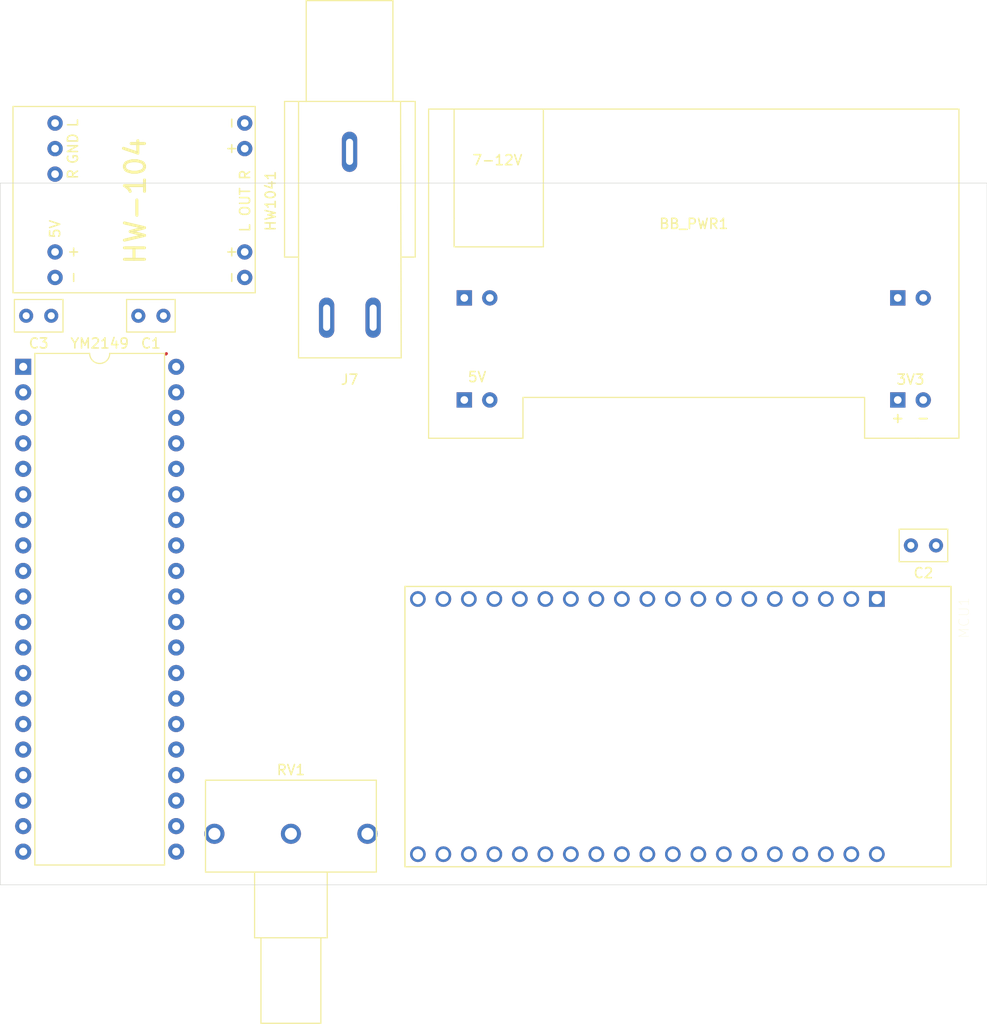
<source format=kicad_pcb>
(kicad_pcb (version 20171130) (host pcbnew "(5.1.5)-3")

  (general
    (thickness 1.6)
    (drawings 4)
    (tracks 1)
    (zones 0)
    (modules 9)
    (nets 63)
  )

  (page A4)
  (layers
    (0 F.Cu signal)
    (31 B.Cu signal hide)
    (32 B.Adhes user hide)
    (33 F.Adhes user hide)
    (34 B.Paste user)
    (35 F.Paste user)
    (36 B.SilkS user)
    (37 F.SilkS user)
    (38 B.Mask user)
    (39 F.Mask user)
    (40 Dwgs.User user)
    (41 Cmts.User user)
    (42 Eco1.User user)
    (43 Eco2.User user)
    (44 Edge.Cuts user)
    (45 Margin user)
    (46 B.CrtYd user)
    (47 F.CrtYd user)
    (48 B.Fab user)
    (49 F.Fab user)
  )

  (setup
    (last_trace_width 0.25)
    (user_trace_width 1)
    (trace_clearance 0.2)
    (zone_clearance 0.508)
    (zone_45_only no)
    (trace_min 0.2)
    (via_size 0.8)
    (via_drill 0.4)
    (via_min_size 0.4)
    (via_min_drill 0.3)
    (uvia_size 0.3)
    (uvia_drill 0.1)
    (uvias_allowed no)
    (uvia_min_size 0.2)
    (uvia_min_drill 0.1)
    (edge_width 0.05)
    (segment_width 0.2)
    (pcb_text_width 0.3)
    (pcb_text_size 1.5 1.5)
    (mod_edge_width 0.12)
    (mod_text_size 1 1)
    (mod_text_width 0.15)
    (pad_size 1.524 1.524)
    (pad_drill 0.762)
    (pad_to_mask_clearance 0.051)
    (solder_mask_min_width 0.25)
    (aux_axis_origin 0 0)
    (visible_elements 7FFFFFFF)
    (pcbplotparams
      (layerselection 0x010fc_ffffffff)
      (usegerberextensions false)
      (usegerberattributes false)
      (usegerberadvancedattributes false)
      (creategerberjobfile false)
      (excludeedgelayer true)
      (linewidth 0.100000)
      (plotframeref false)
      (viasonmask false)
      (mode 1)
      (useauxorigin false)
      (hpglpennumber 1)
      (hpglpenspeed 20)
      (hpglpendiameter 15.000000)
      (psnegative false)
      (psa4output false)
      (plotreference true)
      (plotvalue true)
      (plotinvisibletext false)
      (padsonsilk false)
      (subtractmaskfromsilk false)
      (outputformat 1)
      (mirror false)
      (drillshape 1)
      (scaleselection 1)
      (outputdirectory ""))
  )

  (net 0 "")
  (net 1 GNDREF)
  (net 2 +5V)
  (net 3 "Net-(MCU1-Pad2)")
  (net 4 "Net-(MCU1-Pad19)")
  (net 5 "Net-(MCU1-Pad3)")
  (net 6 "Net-(MCU1-Pad4)")
  (net 7 "Net-(MCU1-Pad5)")
  (net 8 "Net-(MCU1-Pad6)")
  (net 9 "Net-(MCU1-Pad7)")
  (net 10 DA7)
  (net 11 DA6)
  (net 12 DA5)
  (net 13 DA4)
  (net 14 BDIR)
  (net 15 BC1)
  (net 16 "Net-(MCU1-Pad16)")
  (net 17 "Net-(MCU1-Pad17)")
  (net 18 "Net-(MCU1-Pad18)")
  (net 19 "Net-(MCU1-Pad21)")
  (net 20 "Net-(MCU1-Pad22)")
  (net 21 "Net-(MCU1-Pad23)")
  (net 22 "Net-(MCU1-Pad24)")
  (net 23 DA3)
  (net 24 "Net-(MCU1-Pad27)")
  (net 25 "Net-(MCU1-Pad28)")
  (net 26 "Net-(MCU1-Pad29)")
  (net 27 DA2)
  (net 28 DA1)
  (net 29 DA0)
  (net 30 RESET)
  (net 31 CLOCK)
  (net 32 "Net-(MCU1-Pad37)")
  (net 33 "Net-(MCU1-Pad38)")
  (net 34 "Net-(YM2149-Pad21)")
  (net 35 "Net-(YM2149-Pad2)")
  (net 36 "Net-(YM2149-Pad5)")
  (net 37 "Net-(YM2149-Pad6)")
  (net 38 "Net-(YM2149-Pad7)")
  (net 39 "Net-(YM2149-Pad8)")
  (net 40 "Net-(YM2149-Pad9)")
  (net 41 "Net-(YM2149-Pad10)")
  (net 42 "Net-(YM2149-Pad11)")
  (net 43 "Net-(YM2149-Pad12)")
  (net 44 "Net-(YM2149-Pad13)")
  (net 45 "Net-(YM2149-Pad14)")
  (net 46 "Net-(YM2149-Pad15)")
  (net 47 "Net-(YM2149-Pad16)")
  (net 48 "Net-(YM2149-Pad17)")
  (net 49 "Net-(YM2149-Pad18)")
  (net 50 "Net-(YM2149-Pad19)")
  (net 51 "Net-(YM2149-Pad39)")
  (net 52 "Net-(YM2149-Pad20)")
  (net 53 +3.3V)
  (net 54 "Net-(MCU1-Pad34)")
  (net 55 "Net-(MCU1-Pad30)")
  (net 56 "Net-(MCU1-Pad26)")
  (net 57 "Net-(MCU1-Pad8)")
  (net 58 "Net-(RV1-Pad3)")
  (net 59 "Net-(HW1041-Pad1)")
  (net 60 "Net-(HW1041-Pad6)")
  (net 61 "Net-(HW1041-Pad8)")
  (net 62 "Net-(HW1041-Pad7)")

  (net_class Default "Dies ist die voreingestellte Netzklasse."
    (clearance 0.2)
    (trace_width 0.25)
    (via_dia 0.8)
    (via_drill 0.4)
    (uvia_dia 0.3)
    (uvia_drill 0.1)
    (add_net BC1)
    (add_net BDIR)
    (add_net CLOCK)
    (add_net DA0)
    (add_net DA1)
    (add_net DA2)
    (add_net DA3)
    (add_net DA4)
    (add_net DA5)
    (add_net DA6)
    (add_net DA7)
    (add_net "Net-(HW1041-Pad1)")
    (add_net "Net-(HW1041-Pad6)")
    (add_net "Net-(HW1041-Pad7)")
    (add_net "Net-(HW1041-Pad8)")
    (add_net "Net-(MCU1-Pad16)")
    (add_net "Net-(MCU1-Pad17)")
    (add_net "Net-(MCU1-Pad18)")
    (add_net "Net-(MCU1-Pad19)")
    (add_net "Net-(MCU1-Pad2)")
    (add_net "Net-(MCU1-Pad21)")
    (add_net "Net-(MCU1-Pad22)")
    (add_net "Net-(MCU1-Pad23)")
    (add_net "Net-(MCU1-Pad24)")
    (add_net "Net-(MCU1-Pad26)")
    (add_net "Net-(MCU1-Pad27)")
    (add_net "Net-(MCU1-Pad28)")
    (add_net "Net-(MCU1-Pad29)")
    (add_net "Net-(MCU1-Pad3)")
    (add_net "Net-(MCU1-Pad30)")
    (add_net "Net-(MCU1-Pad34)")
    (add_net "Net-(MCU1-Pad37)")
    (add_net "Net-(MCU1-Pad38)")
    (add_net "Net-(MCU1-Pad4)")
    (add_net "Net-(MCU1-Pad5)")
    (add_net "Net-(MCU1-Pad6)")
    (add_net "Net-(MCU1-Pad7)")
    (add_net "Net-(MCU1-Pad8)")
    (add_net "Net-(RV1-Pad3)")
    (add_net "Net-(YM2149-Pad10)")
    (add_net "Net-(YM2149-Pad11)")
    (add_net "Net-(YM2149-Pad12)")
    (add_net "Net-(YM2149-Pad13)")
    (add_net "Net-(YM2149-Pad14)")
    (add_net "Net-(YM2149-Pad15)")
    (add_net "Net-(YM2149-Pad16)")
    (add_net "Net-(YM2149-Pad17)")
    (add_net "Net-(YM2149-Pad18)")
    (add_net "Net-(YM2149-Pad19)")
    (add_net "Net-(YM2149-Pad2)")
    (add_net "Net-(YM2149-Pad20)")
    (add_net "Net-(YM2149-Pad21)")
    (add_net "Net-(YM2149-Pad39)")
    (add_net "Net-(YM2149-Pad5)")
    (add_net "Net-(YM2149-Pad6)")
    (add_net "Net-(YM2149-Pad7)")
    (add_net "Net-(YM2149-Pad8)")
    (add_net "Net-(YM2149-Pad9)")
    (add_net RESET)
  )

  (net_class Power ""
    (clearance 0.3)
    (trace_width 0.3)
    (via_dia 1)
    (via_drill 0.5)
    (uvia_dia 0.3)
    (uvia_drill 0.1)
    (add_net +3.3V)
    (add_net +5V)
    (add_net GNDREF)
  )

  (module dl1xy:Breadboard_Powersupply_3V3_5V (layer F.Cu) (tedit 5E9DB2BB) (tstamp 5E9E01D2)
    (at 182.372 60.198)
    (path /5EA68707)
    (fp_text reference BB_PWR1 (at 0 0.5) (layer F.SilkS)
      (effects (font (size 1 1) (thickness 0.15)))
    )
    (fp_text value BreadboardPowerSupply (at 0 -3.302) (layer F.Fab)
      (effects (font (size 1 1) (thickness 0.15)))
    )
    (fp_text user 7-12V (at -19.558 -5.842) (layer F.SilkS)
      (effects (font (size 1 1) (thickness 0.15)))
    )
    (fp_line (start -14.986 2.794) (end -14.986 -10.922) (layer F.SilkS) (width 0.12))
    (fp_line (start -23.876 2.794) (end -14.986 2.794) (layer F.SilkS) (width 0.12))
    (fp_line (start -23.876 0) (end -23.876 2.794) (layer F.SilkS) (width 0.12))
    (fp_line (start -23.876 -10.922) (end -23.876 0) (layer F.SilkS) (width 0.12))
    (fp_text user - (at 22.86 19.812) (layer F.SilkS)
      (effects (font (size 1 1) (thickness 0.15)))
    )
    (fp_text user + (at 20.32 19.812) (layer F.SilkS)
      (effects (font (size 1 1) (thickness 0.15)))
    )
    (fp_text user - (at 22.86 19.812) (layer F.SilkS)
      (effects (font (size 1 1) (thickness 0.15)))
    )
    (fp_text user + (at 20.32 19.812) (layer F.SilkS)
      (effects (font (size 1 1) (thickness 0.15)))
    )
    (fp_text user 3V3 (at 21.59 16.002) (layer F.SilkS)
      (effects (font (size 1 1) (thickness 0.15)))
    )
    (fp_text user 5V (at -21.59 15.748) (layer F.SilkS)
      (effects (font (size 1 1) (thickness 0.15)))
    )
    (fp_line (start -17.018 17.78) (end 17.018 17.78) (layer F.SilkS) (width 0.12))
    (fp_line (start -17.018 21.844) (end -17.018 17.78) (layer F.SilkS) (width 0.12))
    (fp_line (start -26.416 21.844) (end -17.018 21.844) (layer F.SilkS) (width 0.12))
    (fp_line (start -26.416 -10.922) (end -26.416 21.844) (layer F.SilkS) (width 0.12))
    (fp_line (start 17.018 21.844) (end 17.018 17.78) (layer F.SilkS) (width 0.12))
    (fp_line (start 22.352 21.844) (end 17.018 21.844) (layer F.SilkS) (width 0.12))
    (fp_line (start 26.416 21.844) (end 22.352 21.844) (layer F.SilkS) (width 0.12))
    (fp_line (start 26.416 -10.922) (end 26.416 21.844) (layer F.SilkS) (width 0.12))
    (fp_line (start -26.416 -10.922) (end 26.416 -10.922) (layer F.SilkS) (width 0.12))
    (pad 5 thru_hole rect (at -22.86 7.874) (size 1.524 1.524) (drill 0.762) (layers *.Cu *.Mask))
    (pad 7 thru_hole rect (at 20.32 7.874) (size 1.524 1.524) (drill 0.762) (layers *.Cu *.Mask))
    (pad 8 thru_hole circle (at 22.86 7.874) (size 1.524 1.524) (drill 0.762) (layers *.Cu *.Mask))
    (pad 6 thru_hole circle (at -20.32 7.874) (size 1.524 1.524) (drill 0.762) (layers *.Cu *.Mask))
    (pad 4 thru_hole circle (at 22.86 18.034) (size 1.524 1.524) (drill 0.762) (layers *.Cu *.Mask)
      (net 1 GNDREF))
    (pad 3 thru_hole rect (at 20.32 18.034) (size 1.524 1.524) (drill 0.762) (layers *.Cu *.Mask)
      (net 53 +3.3V))
    (pad 2 thru_hole rect (at -22.86 18.034) (size 1.524 1.524) (drill 0.762) (layers *.Cu *.Mask)
      (net 1 GNDREF))
    (pad 1 thru_hole circle (at -20.32 18.034) (size 1.524 1.524) (drill 0.762) (layers *.Cu *.Mask)
      (net 2 +5V))
  )

  (module "dl1xy:HW-104 Board" (layer F.Cu) (tedit 5E9DA2BC) (tstamp 5E9DF667)
    (at 140.716 58.42 270)
    (path /5EA33589)
    (fp_text reference HW1041 (at 0 0.5 90) (layer F.SilkS)
      (effects (font (size 1 1) (thickness 0.15)))
    )
    (fp_text value HW-104_Board (at 0 -1.143 90) (layer F.Fab)
      (effects (font (size 1 1) (thickness 0.15)))
    )
    (fp_text user HW-104 (at 0 13.97 90) (layer F.SilkS)
      (effects (font (size 2 2) (thickness 0.3)))
    )
    (fp_text user - (at 7.62 4.445 90) (layer F.SilkS)
      (effects (font (size 1 1) (thickness 0.15)))
    )
    (fp_text user + (at 5.08 4.445 90) (layer F.SilkS)
      (effects (font (size 1 1) (thickness 0.15)))
    )
    (fp_text user + (at -5.207 4.445 90) (layer F.SilkS)
      (effects (font (size 1 1) (thickness 0.15)))
    )
    (fp_text user - (at -7.747 4.445 90) (layer F.SilkS)
      (effects (font (size 1 1) (thickness 0.15)))
    )
    (fp_text user - (at 7.62 20.193 90) (layer F.SilkS)
      (effects (font (size 1 1) (thickness 0.15)))
    )
    (fp_text user + (at 5.08 20.193 90) (layer F.SilkS)
      (effects (font (size 1 1) (thickness 0.15)))
    )
    (fp_text user 5V (at 2.794 21.971 90) (layer F.SilkS)
      (effects (font (size 1 1) (thickness 0.15)))
    )
    (fp_text user GND (at -5.206 20.193 90) (layer F.SilkS)
      (effects (font (size 1 1) (thickness 0.15)))
    )
    (fp_text user R (at -2.666 20.193 90) (layer F.SilkS)
      (effects (font (size 1 1) (thickness 0.15)))
    )
    (fp_text user L (at -7.746 20.193 90) (layer F.SilkS)
      (effects (font (size 1 1) (thickness 0.15)))
    )
    (fp_text user "L OUT R" (at 0 3.048 90) (layer F.SilkS)
      (effects (font (size 1 1) (thickness 0.15)))
    )
    (fp_line (start -9.398 26.162) (end -9.398 2.032) (layer F.SilkS) (width 0.12))
    (fp_line (start 9.144 26.162) (end -9.398 26.162) (layer F.SilkS) (width 0.12))
    (fp_line (start 9.144 2.032) (end 9.144 26.162) (layer F.SilkS) (width 0.12))
    (fp_line (start -9.398 2.032) (end 9.144 2.032) (layer F.SilkS) (width 0.12))
    (fp_line (start -9.3345 2.0955) (end 8.9535 2.0955) (layer F.Fab) (width 0.12))
    (fp_line (start 8.9535 2.0955) (end 8.9535 26.0985) (layer F.Fab) (width 0.12))
    (fp_line (start 8.9535 26.0985) (end -9.3345 26.0985) (layer F.Fab) (width 0.12))
    (fp_line (start -9.3345 26.0985) (end -9.3345 2.0955) (layer F.Fab) (width 0.12))
    (pad 5 thru_hole circle (at 7.62 21.971 270) (size 1.524 1.524) (drill 0.762) (layers *.Cu *.Mask)
      (net 1 GNDREF))
    (pad 4 thru_hole circle (at 5.08 21.971 270) (size 1.524 1.524) (drill 0.762) (layers *.Cu *.Mask)
      (net 2 +5V))
    (pad 3 thru_hole circle (at -2.666 21.971 270) (size 1.524 1.524) (drill 0.762) (layers *.Cu *.Mask)
      (net 59 "Net-(HW1041-Pad1)"))
    (pad 2 thru_hole circle (at -5.206 21.971 270) (size 1.524 1.524) (drill 0.762) (layers *.Cu *.Mask)
      (net 1 GNDREF))
    (pad 1 thru_hole circle (at -7.746 21.971 270) (size 1.524 1.524) (drill 0.762) (layers *.Cu *.Mask)
      (net 59 "Net-(HW1041-Pad1)"))
    (pad 9 thru_hole circle (at 7.62 3.08 270) (size 1.524 1.524) (drill 0.762) (layers *.Cu *.Mask)
      (net 60 "Net-(HW1041-Pad6)"))
    (pad 8 thru_hole circle (at 5.08 3.08 270) (size 1.524 1.524) (drill 0.762) (layers *.Cu *.Mask)
      (net 61 "Net-(HW1041-Pad8)"))
    (pad 7 thru_hole circle (at -5.207 3.08 270) (size 1.524 1.524) (drill 0.762) (layers *.Cu *.Mask)
      (net 62 "Net-(HW1041-Pad7)"))
    (pad 6 thru_hole circle (at -7.747 3.08 270) (size 1.524 1.524) (drill 0.762) (layers *.Cu *.Mask)
      (net 60 "Net-(HW1041-Pad6)"))
  )

  (module "dl1xy:ALPHA POT 16 RV16" (layer F.Cu) (tedit 5E9D7FD3) (tstamp 5E9DE5FB)
    (at 142.24 116.459)
    (path /5EA0E398)
    (fp_text reference RV1 (at 0 -1.397) (layer F.SilkS)
      (effects (font (size 1 1) (thickness 0.15)))
    )
    (fp_text value "10 kOhm" (at 0 -3.175) (layer F.Fab)
      (effects (font (size 1 1) (thickness 0.15)))
    )
    (fp_line (start 2.9845 23.8125) (end 2.9845 15.3035) (layer F.SilkS) (width 0.12))
    (fp_line (start -2.9845 23.8125) (end 2.9845 23.8125) (layer F.SilkS) (width 0.12))
    (fp_line (start -8.509 -0.381) (end 8.509 -0.381) (layer F.SilkS) (width 0.12))
    (fp_line (start 8.509 -0.381) (end 8.509 8.763) (layer F.SilkS) (width 0.12))
    (fp_line (start 8.509 8.763) (end -8.509 8.763) (layer F.SilkS) (width 0.12))
    (fp_line (start -8.509 8.763) (end -8.509 -0.381) (layer F.SilkS) (width 0.12))
    (fp_line (start -3.6195 8.763) (end -3.6195 15.3035) (layer F.SilkS) (width 0.12))
    (fp_line (start -3.6195 15.3035) (end 3.6195 15.3035) (layer F.SilkS) (width 0.12))
    (fp_line (start 3.6195 15.3035) (end 3.6195 8.763) (layer F.SilkS) (width 0.12))
    (fp_line (start -2.9845 15.3035) (end -2.9845 23.8125) (layer F.SilkS) (width 0.12))
    (pad 1 thru_hole circle (at -7.62 4.953) (size 2 2) (drill 1.2) (layers *.Cu *.Mask)
      (net 1 GNDREF))
    (pad 2 thru_hole circle (at 0 4.953) (size 2 2) (drill 1.2) (layers *.Cu *.Mask)
      (net 59 "Net-(HW1041-Pad1)"))
    (pad 3 thru_hole circle (at 7.62 4.953) (size 2 2) (drill 1.2) (layers *.Cu *.Mask)
      (net 58 "Net-(RV1-Pad3)"))
  )

  (module "dl1xy:AudioJack 6.5mm" (layer F.Cu) (tedit 5E9D8732) (tstamp 5E9DE57C)
    (at 148.082 76.708 180)
    (path /5EA1A4BD)
    (fp_text reference J7 (at 0 0.5) (layer F.SilkS)
      (effects (font (size 1 1) (thickness 0.15)))
    )
    (fp_text value AudioJack3 (at 0 -0.5) (layer F.Fab)
      (effects (font (size 1 1) (thickness 0.15)))
    )
    (fp_line (start 4.318 38.227) (end 4.318 28.194) (layer F.SilkS) (width 0.12))
    (fp_line (start -4.318 38.227) (end 4.318 38.227) (layer F.SilkS) (width 0.12))
    (fp_line (start -4.318 28.194) (end -4.318 38.227) (layer F.SilkS) (width 0.12))
    (fp_line (start 6.477 12.7) (end 5.08 12.7) (layer F.SilkS) (width 0.12))
    (fp_line (start 6.477 28.194) (end 6.477 12.7) (layer F.SilkS) (width 0.12))
    (fp_line (start 5.08 28.194) (end 6.477 28.194) (layer F.SilkS) (width 0.12))
    (fp_line (start -6.5405 28.194) (end -5.08 28.194) (layer F.SilkS) (width 0.12))
    (fp_line (start -6.5405 12.7) (end -6.5405 28.194) (layer F.SilkS) (width 0.12))
    (fp_line (start -5.1435 12.7) (end -6.5405 12.7) (layer F.SilkS) (width 0.12))
    (fp_line (start 5.08 2.667) (end -5.1435 2.667) (layer F.SilkS) (width 0.12))
    (fp_line (start 5.08 28.194) (end 5.08 2.667) (layer F.SilkS) (width 0.12))
    (fp_line (start -5.08 28.194) (end 5.08 28.194) (layer F.SilkS) (width 0.12))
    (fp_line (start -5.1435 2.667) (end -5.08 28.194) (layer F.SilkS) (width 0.12))
    (pad S thru_hole oval (at 0 23.1775 180) (size 1.524 4) (drill oval 0.7 2.6) (layers *.Cu *.Mask)
      (net 60 "Net-(HW1041-Pad6)"))
    (pad T thru_hole oval (at 2.286 6.6675 180) (size 1.524 4) (drill oval 0.7 2.6) (layers *.Cu *.Mask)
      (net 62 "Net-(HW1041-Pad7)"))
    (pad R thru_hole oval (at -2.3495 6.6675 180) (size 1.524 4) (drill oval 0.7 2.6) (layers *.Cu *.Mask)
      (net 61 "Net-(HW1041-Pad8)"))
  )

  (module Capacitor_THT:C_Rect_L4.6mm_W3.0mm_P2.50mm_MKS02_FKP02 (layer F.Cu) (tedit 5AE50EF0) (tstamp 5E9DD14C)
    (at 129.54 69.85 180)
    (descr "C, Rect series, Radial, pin pitch=2.50mm, , length*width=4.6*3.0mm^2, Capacitor, http://www.wima.de/DE/WIMA_MKS_02.pdf")
    (tags "C Rect series Radial pin pitch 2.50mm  length 4.6mm width 3.0mm Capacitor")
    (path /5EA051E4)
    (fp_text reference C1 (at 1.25 -2.75) (layer F.SilkS)
      (effects (font (size 1 1) (thickness 0.15)))
    )
    (fp_text value 10nF (at 1.25 2.75) (layer F.Fab)
      (effects (font (size 1 1) (thickness 0.15)))
    )
    (fp_text user %R (at 1.25 0) (layer F.Fab)
      (effects (font (size 0.92 0.92) (thickness 0.138)))
    )
    (fp_line (start 3.8 -1.75) (end -1.3 -1.75) (layer F.CrtYd) (width 0.05))
    (fp_line (start 3.8 1.75) (end 3.8 -1.75) (layer F.CrtYd) (width 0.05))
    (fp_line (start -1.3 1.75) (end 3.8 1.75) (layer F.CrtYd) (width 0.05))
    (fp_line (start -1.3 -1.75) (end -1.3 1.75) (layer F.CrtYd) (width 0.05))
    (fp_line (start 3.67 -1.62) (end 3.67 1.62) (layer F.SilkS) (width 0.12))
    (fp_line (start -1.17 -1.62) (end -1.17 1.62) (layer F.SilkS) (width 0.12))
    (fp_line (start -1.17 1.62) (end 3.67 1.62) (layer F.SilkS) (width 0.12))
    (fp_line (start -1.17 -1.62) (end 3.67 -1.62) (layer F.SilkS) (width 0.12))
    (fp_line (start 3.55 -1.5) (end -1.05 -1.5) (layer F.Fab) (width 0.1))
    (fp_line (start 3.55 1.5) (end 3.55 -1.5) (layer F.Fab) (width 0.1))
    (fp_line (start -1.05 1.5) (end 3.55 1.5) (layer F.Fab) (width 0.1))
    (fp_line (start -1.05 -1.5) (end -1.05 1.5) (layer F.Fab) (width 0.1))
    (pad 2 thru_hole circle (at 2.5 0 180) (size 1.4 1.4) (drill 0.7) (layers *.Cu *.Mask)
      (net 2 +5V))
    (pad 1 thru_hole circle (at 0 0 180) (size 1.4 1.4) (drill 0.7) (layers *.Cu *.Mask)
      (net 1 GNDREF))
    (model ${KISYS3DMOD}/Capacitor_THT.3dshapes/C_Rect_L4.6mm_W3.0mm_P2.50mm_MKS02_FKP02.wrl
      (at (xyz 0 0 0))
      (scale (xyz 1 1 1))
      (rotate (xyz 0 0 0))
    )
  )

  (module Package_DIP:DIP-40_W15.24mm (layer F.Cu) (tedit 5A02E8C5) (tstamp 5E837700)
    (at 115.57 74.93)
    (descr "40-lead though-hole mounted DIP package, row spacing 15.24 mm (600 mils)")
    (tags "THT DIP DIL PDIP 2.54mm 15.24mm 600mil")
    (path /5E7F9386)
    (fp_text reference YM2149 (at 7.62 -2.33) (layer F.SilkS)
      (effects (font (size 1 1) (thickness 0.15)))
    )
    (fp_text value Yamaha_YM2149 (at 7.62 50.59) (layer F.Fab)
      (effects (font (size 1 1) (thickness 0.15)))
    )
    (fp_text user %R (at 7.62 24.13) (layer F.Fab)
      (effects (font (size 1 1) (thickness 0.15)))
    )
    (fp_line (start 16.3 -1.55) (end -1.05 -1.55) (layer F.CrtYd) (width 0.05))
    (fp_line (start 16.3 49.8) (end 16.3 -1.55) (layer F.CrtYd) (width 0.05))
    (fp_line (start -1.05 49.8) (end 16.3 49.8) (layer F.CrtYd) (width 0.05))
    (fp_line (start -1.05 -1.55) (end -1.05 49.8) (layer F.CrtYd) (width 0.05))
    (fp_line (start 14.08 -1.33) (end 8.62 -1.33) (layer F.SilkS) (width 0.12))
    (fp_line (start 14.08 49.59) (end 14.08 -1.33) (layer F.SilkS) (width 0.12))
    (fp_line (start 1.16 49.59) (end 14.08 49.59) (layer F.SilkS) (width 0.12))
    (fp_line (start 1.16 -1.33) (end 1.16 49.59) (layer F.SilkS) (width 0.12))
    (fp_line (start 6.62 -1.33) (end 1.16 -1.33) (layer F.SilkS) (width 0.12))
    (fp_line (start 0.255 -0.27) (end 1.255 -1.27) (layer F.Fab) (width 0.1))
    (fp_line (start 0.255 49.53) (end 0.255 -0.27) (layer F.Fab) (width 0.1))
    (fp_line (start 14.985 49.53) (end 0.255 49.53) (layer F.Fab) (width 0.1))
    (fp_line (start 14.985 -1.27) (end 14.985 49.53) (layer F.Fab) (width 0.1))
    (fp_line (start 1.255 -1.27) (end 14.985 -1.27) (layer F.Fab) (width 0.1))
    (fp_arc (start 7.62 -1.33) (end 6.62 -1.33) (angle -180) (layer F.SilkS) (width 0.12))
    (pad 40 thru_hole oval (at 15.24 0) (size 1.6 1.6) (drill 0.8) (layers *.Cu *.Mask)
      (net 2 +5V))
    (pad 20 thru_hole oval (at 0 48.26) (size 1.6 1.6) (drill 0.8) (layers *.Cu *.Mask)
      (net 52 "Net-(YM2149-Pad20)"))
    (pad 39 thru_hole oval (at 15.24 2.54) (size 1.6 1.6) (drill 0.8) (layers *.Cu *.Mask)
      (net 51 "Net-(YM2149-Pad39)"))
    (pad 19 thru_hole oval (at 0 45.72) (size 1.6 1.6) (drill 0.8) (layers *.Cu *.Mask)
      (net 50 "Net-(YM2149-Pad19)"))
    (pad 38 thru_hole oval (at 15.24 5.08) (size 1.6 1.6) (drill 0.8) (layers *.Cu *.Mask)
      (net 58 "Net-(RV1-Pad3)"))
    (pad 18 thru_hole oval (at 0 43.18) (size 1.6 1.6) (drill 0.8) (layers *.Cu *.Mask)
      (net 49 "Net-(YM2149-Pad18)"))
    (pad 37 thru_hole oval (at 15.24 7.62) (size 1.6 1.6) (drill 0.8) (layers *.Cu *.Mask)
      (net 29 DA0))
    (pad 17 thru_hole oval (at 0 40.64) (size 1.6 1.6) (drill 0.8) (layers *.Cu *.Mask)
      (net 48 "Net-(YM2149-Pad17)"))
    (pad 36 thru_hole oval (at 15.24 10.16) (size 1.6 1.6) (drill 0.8) (layers *.Cu *.Mask)
      (net 28 DA1))
    (pad 16 thru_hole oval (at 0 38.1) (size 1.6 1.6) (drill 0.8) (layers *.Cu *.Mask)
      (net 47 "Net-(YM2149-Pad16)"))
    (pad 35 thru_hole oval (at 15.24 12.7) (size 1.6 1.6) (drill 0.8) (layers *.Cu *.Mask)
      (net 27 DA2))
    (pad 15 thru_hole oval (at 0 35.56) (size 1.6 1.6) (drill 0.8) (layers *.Cu *.Mask)
      (net 46 "Net-(YM2149-Pad15)"))
    (pad 34 thru_hole oval (at 15.24 15.24) (size 1.6 1.6) (drill 0.8) (layers *.Cu *.Mask)
      (net 23 DA3))
    (pad 14 thru_hole oval (at 0 33.02) (size 1.6 1.6) (drill 0.8) (layers *.Cu *.Mask)
      (net 45 "Net-(YM2149-Pad14)"))
    (pad 33 thru_hole oval (at 15.24 17.78) (size 1.6 1.6) (drill 0.8) (layers *.Cu *.Mask)
      (net 13 DA4))
    (pad 13 thru_hole oval (at 0 30.48) (size 1.6 1.6) (drill 0.8) (layers *.Cu *.Mask)
      (net 44 "Net-(YM2149-Pad13)"))
    (pad 32 thru_hole oval (at 15.24 20.32) (size 1.6 1.6) (drill 0.8) (layers *.Cu *.Mask)
      (net 12 DA5))
    (pad 12 thru_hole oval (at 0 27.94) (size 1.6 1.6) (drill 0.8) (layers *.Cu *.Mask)
      (net 43 "Net-(YM2149-Pad12)"))
    (pad 31 thru_hole oval (at 15.24 22.86) (size 1.6 1.6) (drill 0.8) (layers *.Cu *.Mask)
      (net 11 DA6))
    (pad 11 thru_hole oval (at 0 25.4) (size 1.6 1.6) (drill 0.8) (layers *.Cu *.Mask)
      (net 42 "Net-(YM2149-Pad11)"))
    (pad 30 thru_hole oval (at 15.24 25.4) (size 1.6 1.6) (drill 0.8) (layers *.Cu *.Mask)
      (net 10 DA7))
    (pad 10 thru_hole oval (at 0 22.86) (size 1.6 1.6) (drill 0.8) (layers *.Cu *.Mask)
      (net 41 "Net-(YM2149-Pad10)"))
    (pad 29 thru_hole oval (at 15.24 27.94) (size 1.6 1.6) (drill 0.8) (layers *.Cu *.Mask)
      (net 15 BC1))
    (pad 9 thru_hole oval (at 0 20.32) (size 1.6 1.6) (drill 0.8) (layers *.Cu *.Mask)
      (net 40 "Net-(YM2149-Pad9)"))
    (pad 28 thru_hole oval (at 15.24 30.48) (size 1.6 1.6) (drill 0.8) (layers *.Cu *.Mask)
      (net 2 +5V))
    (pad 8 thru_hole oval (at 0 17.78) (size 1.6 1.6) (drill 0.8) (layers *.Cu *.Mask)
      (net 39 "Net-(YM2149-Pad8)"))
    (pad 27 thru_hole oval (at 15.24 33.02) (size 1.6 1.6) (drill 0.8) (layers *.Cu *.Mask)
      (net 14 BDIR))
    (pad 7 thru_hole oval (at 0 15.24) (size 1.6 1.6) (drill 0.8) (layers *.Cu *.Mask)
      (net 38 "Net-(YM2149-Pad7)"))
    (pad 26 thru_hole oval (at 15.24 35.56) (size 1.6 1.6) (drill 0.8) (layers *.Cu *.Mask)
      (net 2 +5V))
    (pad 6 thru_hole oval (at 0 12.7) (size 1.6 1.6) (drill 0.8) (layers *.Cu *.Mask)
      (net 37 "Net-(YM2149-Pad6)"))
    (pad 25 thru_hole oval (at 15.24 38.1) (size 1.6 1.6) (drill 0.8) (layers *.Cu *.Mask)
      (net 2 +5V))
    (pad 5 thru_hole oval (at 0 10.16) (size 1.6 1.6) (drill 0.8) (layers *.Cu *.Mask)
      (net 36 "Net-(YM2149-Pad5)"))
    (pad 24 thru_hole oval (at 15.24 40.64) (size 1.6 1.6) (drill 0.8) (layers *.Cu *.Mask)
      (net 2 +5V))
    (pad 4 thru_hole oval (at 0 7.62) (size 1.6 1.6) (drill 0.8) (layers *.Cu *.Mask)
      (net 58 "Net-(RV1-Pad3)"))
    (pad 23 thru_hole oval (at 15.24 43.18) (size 1.6 1.6) (drill 0.8) (layers *.Cu *.Mask)
      (net 30 RESET))
    (pad 3 thru_hole oval (at 0 5.08) (size 1.6 1.6) (drill 0.8) (layers *.Cu *.Mask)
      (net 58 "Net-(RV1-Pad3)"))
    (pad 22 thru_hole oval (at 15.24 45.72) (size 1.6 1.6) (drill 0.8) (layers *.Cu *.Mask)
      (net 31 CLOCK))
    (pad 2 thru_hole oval (at 0 2.54) (size 1.6 1.6) (drill 0.8) (layers *.Cu *.Mask)
      (net 35 "Net-(YM2149-Pad2)"))
    (pad 21 thru_hole oval (at 15.24 48.26) (size 1.6 1.6) (drill 0.8) (layers *.Cu *.Mask)
      (net 34 "Net-(YM2149-Pad21)"))
    (pad 1 thru_hole rect (at 0 0) (size 1.6 1.6) (drill 0.8) (layers *.Cu *.Mask)
      (net 1 GNDREF))
    (model ${KISYS3DMOD}/Package_DIP.3dshapes/DIP-40_W15.24mm.wrl
      (at (xyz 0 0 0))
      (scale (xyz 1 1 1))
      (rotate (xyz 0 0 0))
    )
  )

  (module ESP32_Dev:MODULE_ESP32-DEVKITC-32D (layer F.Cu) (tedit 5E7F7646) (tstamp 5E837660)
    (at 180.848 110.744 270)
    (path /5E7F7B07)
    (fp_text reference MCU1 (at -10.829175 -28.446045 90) (layer F.SilkS)
      (effects (font (size 1.000386 1.000386) (thickness 0.015)))
    )
    (fp_text value ESP32-DEVKITC-32D (at 1.24136 28.294535 90) (layer F.Fab)
      (effects (font (size 1.001047 1.001047) (thickness 0.015)))
    )
    (fp_circle (center -14.6 -19.9) (end -14.46 -19.9) (layer F.Fab) (width 0.28))
    (fp_circle (center -14.6 -19.9) (end -14.46 -19.9) (layer F.Fab) (width 0.28))
    (fp_line (start -14.2 27.5) (end -14.2 -27.4) (layer F.CrtYd) (width 0.05))
    (fp_line (start 14.2 27.5) (end -14.2 27.5) (layer F.CrtYd) (width 0.05))
    (fp_line (start 14.2 -27.4) (end 14.2 27.5) (layer F.CrtYd) (width 0.05))
    (fp_line (start -14.2 -27.4) (end 14.2 -27.4) (layer F.CrtYd) (width 0.05))
    (fp_line (start 13.95 27.25) (end -13.95 27.25) (layer F.SilkS) (width 0.127))
    (fp_line (start 13.95 -27.15) (end 13.95 27.25) (layer F.SilkS) (width 0.127))
    (fp_line (start -13.95 -27.15) (end 13.95 -27.15) (layer F.SilkS) (width 0.127))
    (fp_line (start -13.95 27.25) (end -13.95 -27.15) (layer F.SilkS) (width 0.127))
    (fp_line (start -13.95 27.25) (end -13.95 -27.15) (layer F.Fab) (width 0.127))
    (fp_line (start 13.95 27.25) (end -13.95 27.25) (layer F.Fab) (width 0.127))
    (fp_line (start 13.95 -27.15) (end 13.95 27.25) (layer F.Fab) (width 0.127))
    (fp_line (start -13.95 -27.15) (end 13.95 -27.15) (layer F.Fab) (width 0.127))
    (pad 38 thru_hole circle (at 12.7 25.96 270) (size 1.56 1.56) (drill 1.04) (layers *.Cu *.Mask)
      (net 33 "Net-(MCU1-Pad38)"))
    (pad 37 thru_hole circle (at 12.7 23.42 270) (size 1.56 1.56) (drill 1.04) (layers *.Cu *.Mask)
      (net 32 "Net-(MCU1-Pad37)"))
    (pad 36 thru_hole circle (at 12.7 20.88 270) (size 1.56 1.56) (drill 1.04) (layers *.Cu *.Mask)
      (net 31 CLOCK))
    (pad 35 thru_hole circle (at 12.7 18.34 270) (size 1.56 1.56) (drill 1.04) (layers *.Cu *.Mask)
      (net 30 RESET))
    (pad 34 thru_hole circle (at 12.7 15.8 270) (size 1.56 1.56) (drill 1.04) (layers *.Cu *.Mask)
      (net 54 "Net-(MCU1-Pad34)"))
    (pad 33 thru_hole circle (at 12.7 13.26 270) (size 1.56 1.56) (drill 1.04) (layers *.Cu *.Mask)
      (net 29 DA0))
    (pad 32 thru_hole circle (at 12.7 10.72 270) (size 1.56 1.56) (drill 1.04) (layers *.Cu *.Mask)
      (net 28 DA1))
    (pad 31 thru_hole circle (at 12.7 8.18 270) (size 1.56 1.56) (drill 1.04) (layers *.Cu *.Mask)
      (net 27 DA2))
    (pad 30 thru_hole circle (at 12.7 5.64 270) (size 1.56 1.56) (drill 1.04) (layers *.Cu *.Mask)
      (net 55 "Net-(MCU1-Pad30)"))
    (pad 29 thru_hole circle (at 12.7 3.1 270) (size 1.56 1.56) (drill 1.04) (layers *.Cu *.Mask)
      (net 26 "Net-(MCU1-Pad29)"))
    (pad 28 thru_hole circle (at 12.7 0.56 270) (size 1.56 1.56) (drill 1.04) (layers *.Cu *.Mask)
      (net 25 "Net-(MCU1-Pad28)"))
    (pad 27 thru_hole circle (at 12.7 -1.98 270) (size 1.56 1.56) (drill 1.04) (layers *.Cu *.Mask)
      (net 24 "Net-(MCU1-Pad27)"))
    (pad 26 thru_hole circle (at 12.7 -4.52 270) (size 1.56 1.56) (drill 1.04) (layers *.Cu *.Mask)
      (net 56 "Net-(MCU1-Pad26)"))
    (pad 25 thru_hole circle (at 12.7 -7.06 270) (size 1.56 1.56) (drill 1.04) (layers *.Cu *.Mask)
      (net 23 DA3))
    (pad 24 thru_hole circle (at 12.7 -9.6 270) (size 1.56 1.56) (drill 1.04) (layers *.Cu *.Mask)
      (net 22 "Net-(MCU1-Pad24)"))
    (pad 23 thru_hole circle (at 12.7 -12.14 270) (size 1.56 1.56) (drill 1.04) (layers *.Cu *.Mask)
      (net 21 "Net-(MCU1-Pad23)"))
    (pad 22 thru_hole circle (at 12.7 -14.68 270) (size 1.56 1.56) (drill 1.04) (layers *.Cu *.Mask)
      (net 20 "Net-(MCU1-Pad22)"))
    (pad 21 thru_hole circle (at 12.7 -17.22 270) (size 1.56 1.56) (drill 1.04) (layers *.Cu *.Mask)
      (net 19 "Net-(MCU1-Pad21)"))
    (pad 20 thru_hole circle (at 12.7 -19.76 270) (size 1.56 1.56) (drill 1.04) (layers *.Cu *.Mask)
      (net 1 GNDREF))
    (pad 18 thru_hole circle (at -12.7 23.42 270) (size 1.56 1.56) (drill 1.04) (layers *.Cu *.Mask)
      (net 18 "Net-(MCU1-Pad18)"))
    (pad 17 thru_hole circle (at -12.7 20.88 270) (size 1.56 1.56) (drill 1.04) (layers *.Cu *.Mask)
      (net 17 "Net-(MCU1-Pad17)"))
    (pad 16 thru_hole circle (at -12.7 18.34 270) (size 1.56 1.56) (drill 1.04) (layers *.Cu *.Mask)
      (net 16 "Net-(MCU1-Pad16)"))
    (pad 15 thru_hole circle (at -12.7 15.8 270) (size 1.56 1.56) (drill 1.04) (layers *.Cu *.Mask)
      (net 15 BC1))
    (pad 14 thru_hole circle (at -12.7 13.26 270) (size 1.56 1.56) (drill 1.04) (layers *.Cu *.Mask)
      (net 1 GNDREF))
    (pad 13 thru_hole circle (at -12.7 10.72 270) (size 1.56 1.56) (drill 1.04) (layers *.Cu *.Mask)
      (net 14 BDIR))
    (pad 12 thru_hole circle (at -12.7 8.18 270) (size 1.56 1.56) (drill 1.04) (layers *.Cu *.Mask)
      (net 13 DA4))
    (pad 11 thru_hole circle (at -12.7 5.64 270) (size 1.56 1.56) (drill 1.04) (layers *.Cu *.Mask)
      (net 12 DA5))
    (pad 10 thru_hole circle (at -12.7 3.1 270) (size 1.56 1.56) (drill 1.04) (layers *.Cu *.Mask)
      (net 11 DA6))
    (pad 9 thru_hole circle (at -12.7 0.56 270) (size 1.56 1.56) (drill 1.04) (layers *.Cu *.Mask)
      (net 10 DA7))
    (pad 8 thru_hole circle (at -12.7 -1.98 270) (size 1.56 1.56) (drill 1.04) (layers *.Cu *.Mask)
      (net 57 "Net-(MCU1-Pad8)"))
    (pad 7 thru_hole circle (at -12.7 -4.52 270) (size 1.56 1.56) (drill 1.04) (layers *.Cu *.Mask)
      (net 9 "Net-(MCU1-Pad7)"))
    (pad 6 thru_hole circle (at -12.7 -7.06 270) (size 1.56 1.56) (drill 1.04) (layers *.Cu *.Mask)
      (net 8 "Net-(MCU1-Pad6)"))
    (pad 5 thru_hole circle (at -12.7 -9.6 270) (size 1.56 1.56) (drill 1.04) (layers *.Cu *.Mask)
      (net 7 "Net-(MCU1-Pad5)"))
    (pad 4 thru_hole circle (at -12.7 -12.14 270) (size 1.56 1.56) (drill 1.04) (layers *.Cu *.Mask)
      (net 6 "Net-(MCU1-Pad4)"))
    (pad 3 thru_hole circle (at -12.7 -14.68 270) (size 1.56 1.56) (drill 1.04) (layers *.Cu *.Mask)
      (net 5 "Net-(MCU1-Pad3)"))
    (pad 19 thru_hole circle (at -12.7 25.96 270) (size 1.56 1.56) (drill 1.04) (layers *.Cu *.Mask)
      (net 4 "Net-(MCU1-Pad19)"))
    (pad 2 thru_hole circle (at -12.7 -17.22 270) (size 1.56 1.56) (drill 1.04) (layers *.Cu *.Mask)
      (net 3 "Net-(MCU1-Pad2)"))
    (pad 1 thru_hole rect (at -12.7 -19.76 270) (size 1.56 1.56) (drill 1.04) (layers *.Cu *.Mask)
      (net 53 +3.3V))
  )

  (module Capacitor_THT:C_Rect_L4.6mm_W3.0mm_P2.50mm_MKS02_FKP02 (layer F.Cu) (tedit 5AE50EF0) (tstamp 5E83730B)
    (at 206.502 92.71 180)
    (descr "C, Rect series, Radial, pin pitch=2.50mm, , length*width=4.6*3.0mm^2, Capacitor, http://www.wima.de/DE/WIMA_MKS_02.pdf")
    (tags "C Rect series Radial pin pitch 2.50mm  length 4.6mm width 3.0mm Capacitor")
    (path /5E84B4EE)
    (fp_text reference C2 (at 1.25 -2.75) (layer F.SilkS)
      (effects (font (size 1 1) (thickness 0.15)))
    )
    (fp_text value 10nF (at 1.25 2.75) (layer F.Fab)
      (effects (font (size 1 1) (thickness 0.15)))
    )
    (fp_text user %R (at 1.25 0) (layer F.Fab)
      (effects (font (size 0.92 0.92) (thickness 0.138)))
    )
    (fp_line (start 3.8 -1.75) (end -1.3 -1.75) (layer F.CrtYd) (width 0.05))
    (fp_line (start 3.8 1.75) (end 3.8 -1.75) (layer F.CrtYd) (width 0.05))
    (fp_line (start -1.3 1.75) (end 3.8 1.75) (layer F.CrtYd) (width 0.05))
    (fp_line (start -1.3 -1.75) (end -1.3 1.75) (layer F.CrtYd) (width 0.05))
    (fp_line (start 3.67 -1.62) (end 3.67 1.62) (layer F.SilkS) (width 0.12))
    (fp_line (start -1.17 -1.62) (end -1.17 1.62) (layer F.SilkS) (width 0.12))
    (fp_line (start -1.17 1.62) (end 3.67 1.62) (layer F.SilkS) (width 0.12))
    (fp_line (start -1.17 -1.62) (end 3.67 -1.62) (layer F.SilkS) (width 0.12))
    (fp_line (start 3.55 -1.5) (end -1.05 -1.5) (layer F.Fab) (width 0.1))
    (fp_line (start 3.55 1.5) (end 3.55 -1.5) (layer F.Fab) (width 0.1))
    (fp_line (start -1.05 1.5) (end 3.55 1.5) (layer F.Fab) (width 0.1))
    (fp_line (start -1.05 -1.5) (end -1.05 1.5) (layer F.Fab) (width 0.1))
    (pad 2 thru_hole circle (at 2.5 0 180) (size 1.4 1.4) (drill 0.7) (layers *.Cu *.Mask)
      (net 53 +3.3V))
    (pad 1 thru_hole circle (at 0 0 180) (size 1.4 1.4) (drill 0.7) (layers *.Cu *.Mask)
      (net 1 GNDREF))
    (model ${KISYS3DMOD}/Capacitor_THT.3dshapes/C_Rect_L4.6mm_W3.0mm_P2.50mm_MKS02_FKP02.wrl
      (at (xyz 0 0 0))
      (scale (xyz 1 1 1))
      (rotate (xyz 0 0 0))
    )
  )

  (module Capacitor_THT:C_Rect_L4.6mm_W3.0mm_P2.50mm_MKS02_FKP02 (layer F.Cu) (tedit 5AE50EF0) (tstamp 5E83757E)
    (at 118.364 69.85 180)
    (descr "C, Rect series, Radial, pin pitch=2.50mm, , length*width=4.6*3.0mm^2, Capacitor, http://www.wima.de/DE/WIMA_MKS_02.pdf")
    (tags "C Rect series Radial pin pitch 2.50mm  length 4.6mm width 3.0mm Capacitor")
    (path /5E80C2AC)
    (fp_text reference C3 (at 1.25 -2.75) (layer F.SilkS)
      (effects (font (size 1 1) (thickness 0.15)))
    )
    (fp_text value 10nF (at 1.25 2.75) (layer F.Fab)
      (effects (font (size 1 1) (thickness 0.15)))
    )
    (fp_line (start -1.05 -1.5) (end -1.05 1.5) (layer F.Fab) (width 0.1))
    (fp_line (start -1.05 1.5) (end 3.55 1.5) (layer F.Fab) (width 0.1))
    (fp_line (start 3.55 1.5) (end 3.55 -1.5) (layer F.Fab) (width 0.1))
    (fp_line (start 3.55 -1.5) (end -1.05 -1.5) (layer F.Fab) (width 0.1))
    (fp_line (start -1.17 -1.62) (end 3.67 -1.62) (layer F.SilkS) (width 0.12))
    (fp_line (start -1.17 1.62) (end 3.67 1.62) (layer F.SilkS) (width 0.12))
    (fp_line (start -1.17 -1.62) (end -1.17 1.62) (layer F.SilkS) (width 0.12))
    (fp_line (start 3.67 -1.62) (end 3.67 1.62) (layer F.SilkS) (width 0.12))
    (fp_line (start -1.3 -1.75) (end -1.3 1.75) (layer F.CrtYd) (width 0.05))
    (fp_line (start -1.3 1.75) (end 3.8 1.75) (layer F.CrtYd) (width 0.05))
    (fp_line (start 3.8 1.75) (end 3.8 -1.75) (layer F.CrtYd) (width 0.05))
    (fp_line (start 3.8 -1.75) (end -1.3 -1.75) (layer F.CrtYd) (width 0.05))
    (fp_text user %R (at 1.25 0) (layer F.Fab)
      (effects (font (size 0.92 0.92) (thickness 0.138)))
    )
    (pad 1 thru_hole circle (at 0 0 180) (size 1.4 1.4) (drill 0.7) (layers *.Cu *.Mask)
      (net 1 GNDREF))
    (pad 2 thru_hole circle (at 2.5 0 180) (size 1.4 1.4) (drill 0.7) (layers *.Cu *.Mask)
      (net 2 +5V))
    (model ${KISYS3DMOD}/Capacitor_THT.3dshapes/C_Rect_L4.6mm_W3.0mm_P2.50mm_MKS02_FKP02.wrl
      (at (xyz 0 0 0))
      (scale (xyz 1 1 1))
      (rotate (xyz 0 0 0))
    )
  )

  (gr_line (start 113.284 126.492) (end 211.582 126.492) (layer Edge.Cuts) (width 0.05) (tstamp 5E9E15DD))
  (gr_line (start 113.284 56.642) (end 113.284 126.492) (layer Edge.Cuts) (width 0.05))
  (gr_line (start 211.582 56.642) (end 211.582 126.492) (layer Edge.Cuts) (width 0.05))
  (gr_line (start 113.284 56.642) (end 211.582 56.642) (layer Edge.Cuts) (width 0.05))

  (segment (start 129.834 73.62) (end 129.794 73.66) (width 0.3) (layer F.Cu) (net 2))

)

</source>
